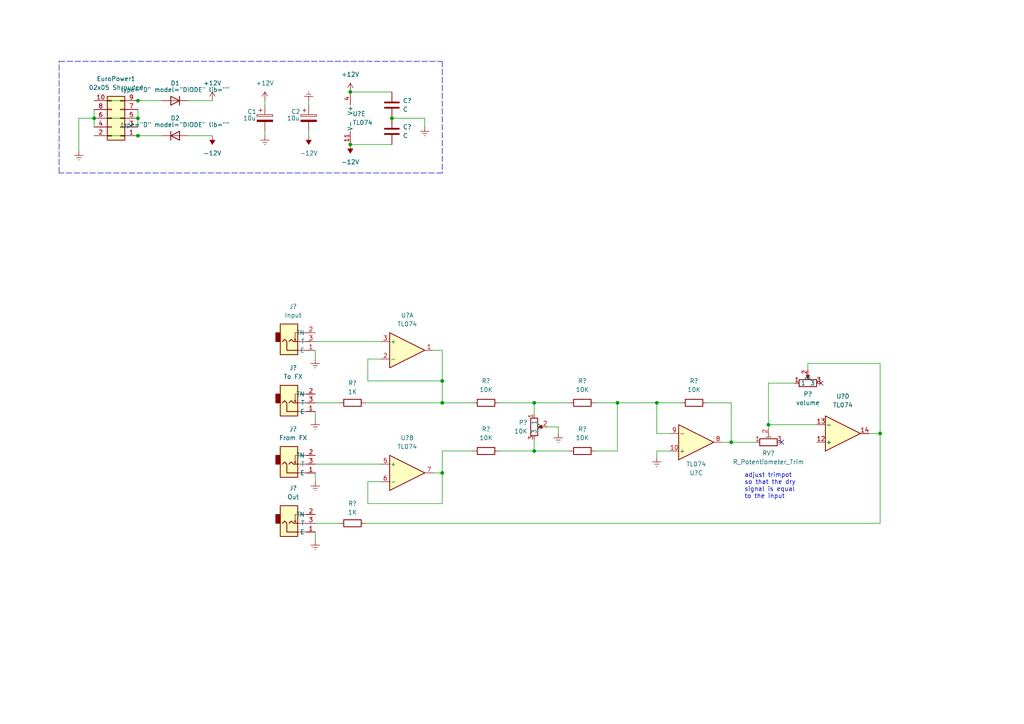
<source format=kicad_sch>
(kicad_sch (version 20211123) (generator eeschema)
  (paper "A4")
  (lib_symbols
    (symbol "Amplifier_Operational:TL074" (pin_names (offset 0.127))
      (property "Reference" "U" (at 0 5.08 0))
      (property "Value" "TL074" (at 0 -5.08 0))
      (symbol "TL074_1_1"
        (polyline (pts (xy -5.08 5.08) (xy 5.08 0) (xy -5.08 -5.08) (xy -5.08 5.08)) (stroke (width 0.254)) (fill (type background)))
        (pin output line (at 7.62 0 180) (length 2.54) (name "~") (number "1"))
        (pin input line (at -7.62 -2.54 0) (length 2.54) (name "-") (number "2"))
        (pin input line (at -7.62 2.54 0) (length 2.54) (name "+") (number "3"))
      )
      (symbol "TL074_2_1"
        (polyline (pts (xy -5.08 5.08) (xy 5.08 0) (xy -5.08 -5.08) (xy -5.08 5.08)) (stroke (width 0.254)) (fill (type background)))
        (pin input line (at -7.62 2.54 0) (length 2.54) (name "+") (number "5"))
        (pin input line (at -7.62 -2.54 0) (length 2.54) (name "-") (number "6"))
        (pin output line (at 7.62 0 180) (length 2.54) (name "~") (number "7"))
      )
      (symbol "TL074_3_1"
        (polyline (pts (xy -5.08 5.08) (xy 5.08 0) (xy -5.08 -5.08) (xy -5.08 5.08)) (stroke (width 0.254)) (fill (type background)))
        (pin input line (at -7.62 2.54 0) (length 2.54) (name "+") (number "10"))
        (pin output line (at 7.62 0 180) (length 2.54) (name "~") (number "8"))
        (pin input line (at -7.62 -2.54 0) (length 2.54) (name "-") (number "9"))
      )
      (symbol "TL074_4_1"
        (polyline (pts (xy -5.08 5.08) (xy 5.08 0) (xy -5.08 -5.08) (xy -5.08 5.08)) (stroke (width 0.254)) (fill (type background)))
        (pin input line (at -7.62 2.54 0) (length 2.54) (name "+") (number "12"))
        (pin input line (at -7.62 -2.54 0) (length 2.54) (name "-") (number "13"))
        (pin output line (at 7.62 0 180) (length 2.54) (name "~") (number "14"))
      )
      (symbol "TL074_5_1"
        (pin power_in line (at -2.54 -7.62 90) (length 3.81) (name "V-") (number "11"))
        (pin power_in line (at -2.54 7.62 270) (length 3.81) (name "V+") (number "4"))
      )
    )
    (symbol "Connector_Generic:Conn_02x05_Odd_Even" (pin_names (offset 1.016) hide)
      (property "Reference" "J" (at 1.27 7.62 0))
      (property "Value" "Conn_02x05_Odd_Even" (at 1.27 -7.62 0))
      (symbol "Conn_02x05_Odd_Even_1_1"
        (rectangle (start -1.27 -4.953) (end 0 -5.207) (stroke (width 0.1524)))
        (rectangle (start -1.27 -2.413) (end 0 -2.667) (stroke (width 0.1524)))
        (rectangle (start -1.27 0.127) (end 0 -0.127) (stroke (width 0.1524)))
        (rectangle (start -1.27 2.667) (end 0 2.413) (stroke (width 0.1524)))
        (rectangle (start -1.27 5.207) (end 0 4.953) (stroke (width 0.1524)))
        (rectangle (start -1.27 6.35) (end 3.81 -6.35) (stroke (width 0.254)) (fill (type background)))
        (rectangle (start 3.81 -4.953) (end 2.54 -5.207) (stroke (width 0.1524)))
        (rectangle (start 3.81 -2.413) (end 2.54 -2.667) (stroke (width 0.1524)))
        (rectangle (start 3.81 0.127) (end 2.54 -0.127) (stroke (width 0.1524)))
        (rectangle (start 3.81 2.667) (end 2.54 2.413) (stroke (width 0.1524)))
        (rectangle (start 3.81 5.207) (end 2.54 4.953) (stroke (width 0.1524)))
        (pin passive line (at -5.08 5.08 0) (length 3.81) (name "Pin_1") (number "1"))
        (pin passive line (at 7.62 -5.08 180) (length 3.81) (name "Pin_10") (number "10"))
        (pin passive line (at 7.62 5.08 180) (length 3.81) (name "Pin_2") (number "2"))
        (pin passive line (at -5.08 2.54 0) (length 3.81) (name "Pin_3") (number "3"))
        (pin passive line (at 7.62 2.54 180) (length 3.81) (name "Pin_4") (number "4"))
        (pin passive line (at -5.08 0 0) (length 3.81) (name "Pin_5") (number "5"))
        (pin passive line (at 7.62 0 180) (length 3.81) (name "Pin_6") (number "6"))
        (pin passive line (at -5.08 -2.54 0) (length 3.81) (name "Pin_7") (number "7"))
        (pin passive line (at 7.62 -2.54 180) (length 3.81) (name "Pin_8") (number "8"))
        (pin passive line (at -5.08 -5.08 0) (length 3.81) (name "Pin_9") (number "9"))
      )
    )
    (symbol "Device:C" (pin_numbers hide) (pin_names (offset 0.254))
      (property "Reference" "C" (at 0.635 2.54 0))
      (property "Value" "C" (at 0.635 -2.54 0))
      (symbol "C_0_1"
        (polyline (pts (xy -2.032 -0.762) (xy 2.032 -0.762)) (stroke (width 0.508)))
        (polyline (pts (xy -2.032 0.762) (xy 2.032 0.762)) (stroke (width 0.508)))
      )
      (symbol "C_1_1"
        (pin passive line (at 0 3.81 270) (length 2.794) (name "~") (number "1"))
        (pin passive line (at 0 -3.81 90) (length 2.794) (name "~") (number "2"))
      )
    )
    (symbol "Device:C_Polarized" (pin_numbers hide) (pin_names (offset 0.254))
      (property "Reference" "C" (at 0.635 2.54 0))
      (property "Value" "C_Polarized" (at 0.635 -2.54 0))
      (symbol "C_Polarized_0_1"
        (rectangle (start -2.286 0.508) (end 2.286 1.016))
        (polyline (pts (xy -1.778 2.286) (xy -0.762 2.286)))
        (polyline (pts (xy -1.27 2.794) (xy -1.27 1.778)))
        (rectangle (start 2.286 -0.508) (end -2.286 -1.016) (fill (type outline)))
      )
      (symbol "C_Polarized_1_1"
        (pin passive line (at 0 3.81 270) (length 2.794) (name "~") (number "1"))
        (pin passive line (at 0 -3.81 90) (length 2.794) (name "~") (number "2"))
      )
    )
    (symbol "Device:R" (pin_numbers hide) (pin_names (offset 0))
      (property "Reference" "R" (at 2.032 0 90))
      (property "Value" "R" (at 0 0 90))
      (symbol "R_0_1"
        (rectangle (start -1.016 -2.54) (end 1.016 2.54) (stroke (width 0.254)))
      )
      (symbol "R_1_1"
        (pin passive line (at 0 3.81 270) (length 1.27) (name "~") (number "1"))
        (pin passive line (at 0 -3.81 90) (length 1.27) (name "~") (number "2"))
      )
    )
    (symbol "Device:R_Potentiometer_Trim" (pin_names (offset 1.016) hide)
      (property "Reference" "RV" (at -4.445 0 90))
      (property "Value" "R_Potentiometer_Trim" (at -2.54 0 90))
      (symbol "R_Potentiometer_Trim_0_1"
        (polyline (pts (xy 1.524 0.762) (xy 1.524 -0.762)))
        (polyline (pts (xy 2.54 0) (xy 1.524 0)))
        (rectangle (start 1.016 2.54) (end -1.016 -2.54) (stroke (width 0.254)))
      )
      (symbol "R_Potentiometer_Trim_1_1"
        (pin passive line (at 0 3.81 270) (length 1.27) (name "1") (number "1"))
        (pin passive line (at 3.81 0 180) (length 1.27) (name "2") (number "2"))
        (pin passive line (at 0 -3.81 90) (length 1.27) (name "3") (number "3"))
      )
    )
    (symbol "Eurorack:Potentiometer_9mm_Vertical_Linear"
      (property "Reference" "P" (at 0 2.54 0))
      (property "Value" "Potentiometer_9mm_Vertical_Linear" (at 0 11.43 0))
      (symbol "Potentiometer_9mm_Vertical_Linear_0_1"
        (polyline (pts (xy 2.54 0) (xy 1.524 0)))
        (polyline (pts (xy 1.143 0) (xy 2.286 0.508) (xy 2.286 -0.508) (xy 1.143 0)) (fill (type outline)))
        (rectangle (start 1.016 2.54) (end -1.016 -2.54) (stroke (width 0.254)))
      )
      (symbol "Potentiometer_9mm_Vertical_Linear_1_1"
        (pin passive line (at 0 3.81 270) (length 1.27) (name "1") (number "1"))
        (pin passive line (at 3.81 0 180) (length 1.27) (name "2") (number "2"))
        (pin passive line (at 0 -3.81 90) (length 1.27) (name "3") (number "3"))
      )
    )
    (symbol "Eurorack:Thonkiconn_Mono_Jack"
      (property "Reference" "J" (at 0 1.27 0))
      (property "Value" "Thonkiconn_Mono_Jack" (at 10.16 3.81 0))
      (symbol "Thonkiconn_Mono_Jack_0_1"
        (rectangle (start -1.27 -2.54) (end 0 -5.08) (stroke (width 0.254)) (fill (type outline)))
        (polyline (pts (xy 4.318 -4.826) (xy 4.572 -4.318)))
        (polyline (pts (xy 8.89 -7.62) (xy 5.08 -7.62)))
        (polyline (pts (xy 8.89 -5.08) (xy 5.08 -5.08)))
        (polyline (pts (xy 2.54 -5.08) (xy 3.175 -4.445) (xy 3.81 -5.08) (xy 5.08 -5.08)) (stroke (width 0.254)))
        (polyline (pts (xy 8.89 -2.54) (xy 4.318 -2.54) (xy 4.318 -4.826) (xy 4.064 -4.318)))
        (polyline (pts (xy 5.08 -7.62) (xy 1.905 -7.62) (xy 1.905 -5.08) (xy 1.27 -4.445) (xy 0.635 -5.08)) (stroke (width 0.254)))
        (rectangle (start 0 0) (end 5.08 -8.89) (stroke (width 0.254)) (fill (type background)))
      )
      (symbol "Thonkiconn_Mono_Jack_1_1"
        (pin passive line (at 10.16 -7.62 180) (length 2.54) (name "E") (number "1"))
        (pin passive line (at 10.16 -2.54 180) (length 2.54) (name "TN") (number "2"))
        (pin passive line (at 10.16 -5.08 180) (length 2.54) (name "T") (number "3"))
      )
    )
    (symbol "Simulation_SPICE:DIODE" (pin_numbers hide) (pin_names (offset 1.016) hide)
      (property "Reference" "D" (at 0 2.54 0))
      (property "Value" "DIODE" (at 0 -2.54 0))
      (symbol "DIODE_0_1"
        (polyline (pts (xy 1.27 0) (xy -1.27 0)))
        (polyline (pts (xy 1.27 1.27) (xy 1.27 -1.27)) (stroke (width 0.254)))
        (polyline (pts (xy -1.27 -1.27) (xy -1.27 1.27) (xy 1.27 0) (xy -1.27 -1.27)) (stroke (width 0.254)))
      )
      (symbol "DIODE_1_1"
        (pin passive line (at -3.81 0 0) (length 2.54) (name "A") (number "1"))
        (pin passive line (at 3.81 0 180) (length 2.54) (name "K") (number "2"))
      )
    )
    (symbol "power:+12V" (power) (pin_names (offset 0))
      (property "Value" "+12V" (at 0 3.556 0))
      (symbol "+12V_0_1"
        (polyline (pts (xy -0.762 1.27) (xy 0 2.54)))
        (polyline (pts (xy 0 0) (xy 0 2.54)))
        (polyline (pts (xy 0 2.54) (xy 0.762 1.27)))
      )
      (symbol "+12V_1_1"
        (pin power_in line (at 0 0 90) (length 0) hide (name "+12V") (number "1"))
      )
    )
    (symbol "power:-12V" (power) (pin_names (offset 0))
      (property "Value" "-12V" (at 0 3.81 0))
      (symbol "-12V_0_0"
        (pin power_in line (at 0 0 90) (length 0) hide (name "-12V") (number "1"))
      )
      (symbol "-12V_0_1"
        (polyline (pts (xy 0 0) (xy 0 1.27) (xy 0.762 1.27) (xy 0 2.54) (xy -0.762 1.27) (xy 0 1.27)) (fill (type outline)))
      )
    )
    (symbol "power:Earth" (power) (pin_names (offset 0))
      (symbol "Earth_0_1"
        (polyline (pts (xy -0.635 -1.905) (xy 0.635 -1.905)))
        (polyline (pts (xy -0.127 -2.54) (xy 0.127 -2.54)))
        (polyline (pts (xy 0 -1.27) (xy 0 0)))
        (polyline (pts (xy 1.27 -1.27) (xy -1.27 -1.27)))
      )
      (symbol "Earth_1_1"
        (pin power_in line (at 0 0 270) (length 0) hide (name "Earth") (number "1"))
      )
    )
  )
  (junction (at 128.27 116.84))
  (junction (at 154.94 130.81))
  (junction (at 40.005 39.37))
  (junction (at 128.27 137.16))
  (junction (at 128.27 110.49))
  (junction (at 154.94 116.84))
  (junction (at 40.005 29.21))
  (junction (at 27.305 34.29))
  (junction (at 222.885 123.19))
  (junction (at 179.07 116.84))
  (junction (at 190.5 116.84))
  (junction (at 212.09 128.27))
  (junction (at 113.665 34.29))
  (junction (at 40.005 34.29))
  (junction (at 101.6 41.91))
  (junction (at 101.6 26.67))
  (junction (at 255.27 125.73))
  (no_connect (at 226.695 128.27))
  (no_connect (at 238.125 111.125))
  (wire (pts (xy 101.6 41.91) (xy 113.665 41.91)))
  (wire (pts (xy 91.44 119.38) (xy 91.44 121.92)))
  (wire (pts (xy 190.5 132.715) (xy 190.5 130.81)))
  (wire (pts (xy 27.305 34.29) (xy 27.305 36.83)))
  (wire (pts (xy 154.94 127.635) (xy 154.94 130.81)))
  (wire (pts (xy 106.68 139.7) (xy 106.68 146.05)))
  (wire (pts (xy 76.835 29.21) (xy 76.835 30.48)))
  (wire (pts (xy 222.885 123.19) (xy 222.885 111.125)))
  (wire (pts (xy 106.045 116.84) (xy 128.27 116.84)))
  (wire (pts (xy 27.305 34.29) (xy 40.005 34.29)))
  (wire (pts (xy 89.535 39.37) (xy 89.535 38.1)))
  (wire (pts (xy 40.005 34.29) (xy 40.005 36.83)))
  (wire (pts (xy 128.27 116.84) (xy 137.16 116.84)))
  (wire (pts (xy 190.5 116.84) (xy 190.5 125.73)))
  (wire (pts (xy 128.27 101.6) (xy 125.73 101.6)))
  (wire (pts (xy 161.925 125.73) (xy 161.925 123.825)))
  (wire (pts (xy 128.27 110.49) (xy 128.27 101.6)))
  (wire (pts (xy 40.005 39.37) (xy 46.99 39.37)))
  (wire (pts (xy 212.09 128.27) (xy 219.075 128.27)))
  (wire (pts (xy 212.09 116.84) (xy 212.09 128.27)))
  (wire (pts (xy 123.19 36.83) (xy 123.19 34.29)))
  (wire (pts (xy 212.09 128.27) (xy 209.55 128.27)))
  (wire (pts (xy 194.31 125.73) (xy 190.5 125.73)))
  (wire (pts (xy 27.305 29.21) (xy 40.005 29.21)))
  (wire (pts (xy 91.44 154.305) (xy 91.44 156.845)))
  (wire (pts (xy 154.94 116.84) (xy 165.1 116.84)))
  (wire (pts (xy 106.045 151.765) (xy 255.27 151.765)))
  (wire (pts (xy 22.86 34.29) (xy 27.305 34.29)))
  (polyline (pts (xy 128.27 17.78) (xy 128.27 50.165)))
  (wire (pts (xy 222.885 111.125) (xy 230.505 111.125)))
  (wire (pts (xy 144.78 116.84) (xy 154.94 116.84)))
  (wire (pts (xy 222.885 124.46) (xy 222.885 123.19)))
  (wire (pts (xy 172.72 116.84) (xy 179.07 116.84)))
  (wire (pts (xy 106.68 104.14) (xy 106.68 110.49)))
  (wire (pts (xy 190.5 130.81) (xy 194.31 130.81)))
  (wire (pts (xy 128.27 130.81) (xy 137.16 130.81)))
  (wire (pts (xy 91.44 101.6) (xy 91.44 104.14)))
  (wire (pts (xy 91.44 151.765) (xy 98.425 151.765)))
  (wire (pts (xy 161.925 123.825) (xy 158.75 123.825)))
  (wire (pts (xy 234.315 107.315) (xy 234.315 105.41)))
  (wire (pts (xy 197.485 116.84) (xy 190.5 116.84)))
  (wire (pts (xy 128.27 137.16) (xy 128.27 130.81)))
  (wire (pts (xy 128.27 110.49) (xy 128.27 116.84)))
  (wire (pts (xy 54.61 39.37) (xy 61.595 39.37)))
  (wire (pts (xy 106.68 146.05) (xy 128.27 146.05)))
  (wire (pts (xy 91.44 137.16) (xy 91.44 139.7)))
  (wire (pts (xy 172.72 130.81) (xy 179.07 130.81)))
  (wire (pts (xy 76.835 38.1) (xy 76.835 39.37)))
  (polyline (pts (xy 128.27 50.165) (xy 17.145 50.165)))
  (wire (pts (xy 91.44 99.06) (xy 110.49 99.06)))
  (wire (pts (xy 123.19 34.29) (xy 113.665 34.29)))
  (wire (pts (xy 128.27 146.05) (xy 128.27 137.16)))
  (wire (pts (xy 27.305 39.37) (xy 40.005 39.37)))
  (wire (pts (xy 255.27 151.765) (xy 255.27 125.73)))
  (polyline (pts (xy 17.145 17.78) (xy 128.27 17.78)))
  (wire (pts (xy 110.49 139.7) (xy 106.68 139.7)))
  (wire (pts (xy 40.005 31.75) (xy 40.005 34.29)))
  (wire (pts (xy 154.94 116.84) (xy 154.94 120.015)))
  (wire (pts (xy 54.61 29.21) (xy 61.595 29.21)))
  (wire (pts (xy 91.44 116.84) (xy 98.425 116.84)))
  (wire (pts (xy 110.49 104.14) (xy 106.68 104.14)))
  (wire (pts (xy 222.885 123.19) (xy 236.855 123.19)))
  (wire (pts (xy 22.86 34.29) (xy 22.86 43.815)))
  (wire (pts (xy 27.305 31.75) (xy 27.305 34.29)))
  (wire (pts (xy 106.68 110.49) (xy 128.27 110.49)))
  (wire (pts (xy 205.105 116.84) (xy 212.09 116.84)))
  (wire (pts (xy 154.94 130.81) (xy 144.78 130.81)))
  (wire (pts (xy 91.44 134.62) (xy 110.49 134.62)))
  (wire (pts (xy 128.27 137.16) (xy 125.73 137.16)))
  (polyline (pts (xy 17.145 50.165) (xy 17.145 17.78)))
  (wire (pts (xy 179.07 116.84) (xy 179.07 130.81)))
  (wire (pts (xy 89.535 30.48) (xy 89.535 29.21)))
  (wire (pts (xy 190.5 116.84) (xy 179.07 116.84)))
  (wire (pts (xy 165.1 130.81) (xy 154.94 130.81)))
  (wire (pts (xy 255.27 125.73) (xy 252.095 125.73)))
  (wire (pts (xy 234.315 105.41) (xy 255.27 105.41)))
  (wire (pts (xy 255.27 105.41) (xy 255.27 125.73)))
  (wire (pts (xy 40.005 29.21) (xy 46.99 29.21)))
  (wire (pts (xy 101.6 26.67) (xy 113.665 26.67)))
  (text "adjust trimpot\nso that the dry\nsignal is equal\nto the input" (at 215.9 144.78 0) (effects (font (size 1.27 1.27)) (justify left bottom)))
  (symbol (lib_id "Device:C") (at 113.665 30.48 0) (unit 1)
    (property "Reference" "C?" (at 116.84 29.2099 0) (effects (justify left)))
    (property "Value" "C" (at 116.84 31.7499 0) (effects (justify left)))
  )
  (symbol (lib_id "power:Earth") (at 91.44 104.14 0) (unit 1)
    (property "Reference" "#PWR?" (effects hide))
    (property "Value" "Earth" (effects hide))
  )
  (symbol (lib_id "Device:R") (at 140.97 130.81 90) (unit 1)
    (property "Reference" "R?" (at 140.97 124.46 90))
    (property "Value" "10K" (at 140.97 127 90))
  )
  (symbol (lib_id "Device:R") (at 102.235 116.84 270) (unit 1)
    (property "Reference" "R?" (at 102.235 111.125 90))
    (property "Value" "1K" (at 102.235 113.665 90))
  )
  (symbol (lib_id "Connector_Generic:Conn_02x05_Odd_Even") (at 34.925 34.29 180) (unit 1)
    (property "Reference" "EuroPower1" (at 33.655 22.86 0))
    (property "Value" "02x05 Shrouded" (at 33.655 25.4 0))
    (property "Footprint" "Eurorack:Eurorack Power Header" (effects hide))
  )
  (symbol (lib_id "Device:R") (at 140.97 116.84 90) (unit 1)
    (property "Reference" "R?" (at 140.97 110.49 90))
    (property "Value" "10K" (at 140.97 113.03 90))
  )
  (symbol (lib_id "power:Earth") (at 91.44 121.92 0) (unit 1)
    (property "Reference" "#PWR?" (effects hide))
    (property "Value" "Earth" (effects hide))
  )
  (symbol (lib_id "power:Earth") (at 91.44 139.7 0) (unit 1)
    (property "Reference" "#PWR?" (effects hide))
    (property "Value" "Earth" (effects hide))
  )
  (symbol (lib_id "power:Earth") (at 89.535 29.21 180) (unit 1)
    (property "Reference" "#PWR0102" (effects hide))
    (property "Value" "Earth" (effects hide))
  )
  (symbol (lib_id "Simulation_SPICE:DIODE") (at 50.8 39.37 180) (unit 1)
    (property "Reference" "D2" (at 50.8 34.29 0))
    (property "Value" "DIODE" (at 50.8 36.195 0))
    (property "Footprint" "Diode_THT:D_DO-41_SOD81_P7.62mm_Horizontal" (effects hide))
    (property "Spice_Netlist_Enabled" "Y" (effects hide))
    (property "Spice_Primitive" "D" (effects hide))
  )
  (symbol (lib_id "Device:C_Polarized") (at 89.535 34.29 0) (unit 1)
    (property "Reference" "C2" (at 84.455 32.385 0) (effects (justify left)))
    (property "Value" "10u" (at 83.185 34.29 0) (effects (justify left)))
    (property "Footprint" "Capacitor_THT:CP_Radial_D5.0mm_P2.50mm" (effects hide))
  )
  (symbol (lib_id "power:+12V") (at 61.595 29.21 0) (unit 1)
    (property "Reference" "#PWR0104" (effects hide))
    (property "Value" "+12V" (at 61.595 24.13 0))
  )
  (symbol (lib_id "power:Earth") (at 161.925 125.73 0) (unit 1)
    (property "Reference" "#PWR?" (effects hide))
    (property "Value" "Earth" (effects hide))
  )
  (symbol (lib_id "Device:R") (at 201.295 116.84 270) (mirror x) (unit 1)
    (property "Reference" "R?" (at 201.295 110.49 90))
    (property "Value" "10K" (at 201.295 113.03 90))
  )
  (symbol (lib_id "Device:C_Polarized") (at 76.835 34.29 0) (unit 1)
    (property "Reference" "C1" (at 71.755 32.385 0) (effects (justify left)))
    (property "Value" "10u" (at 70.485 34.29 0) (effects (justify left)))
    (property "Footprint" "Capacitor_THT:CP_Radial_D5.0mm_P2.50mm" (effects hide))
  )
  (symbol (lib_id "Device:R") (at 168.91 130.81 270) (mirror x) (unit 1)
    (property "Reference" "R?" (at 168.91 124.46 90))
    (property "Value" "10K" (at 168.91 127 90))
  )
  (symbol (lib_id "Eurorack:Thonkiconn_Mono_Jack") (at 81.28 146.685 0) (unit 1)
    (property "Reference" "J?" (at 85.0265 141.605 0))
    (property "Value" "Out" (at 85.0265 144.145 0))
  )
  (symbol (lib_id "power:Earth") (at 190.5 132.715 0) (mirror y) (unit 1)
    (property "Reference" "#PWR?" (effects hide))
    (property "Value" "Earth" (effects hide))
  )
  (symbol (lib_id "power:-12V") (at 101.6 41.91 180) (unit 1)
    (property "Reference" "#PWR?" (effects hide))
    (property "Value" "-12V" (at 101.6 46.99 0))
  )
  (symbol (lib_id "Eurorack:Thonkiconn_Mono_Jack") (at 81.28 111.76 0) (unit 1)
    (property "Reference" "J?" (at 85.0265 106.68 0))
    (property "Value" "To FX" (at 85.0265 109.22 0))
  )
  (symbol (lib_id "power:-12V") (at 61.595 39.37 180) (unit 1)
    (property "Reference" "#PWR0105" (effects hide))
    (property "Value" "-12V" (at 61.595 44.45 0))
  )
  (symbol (lib_id "Eurorack:Thonkiconn_Mono_Jack") (at 81.28 93.98 0) (unit 1)
    (property "Reference" "J?" (at 85.0265 88.9 0))
    (property "Value" "Input" (at 85.0265 91.44 0))
  )
  (symbol (lib_id "Amplifier_Operational:TL074") (at 118.11 137.16 0) (unit 2)
    (property "Reference" "U?" (at 118.11 127 0))
    (property "Value" "TL074" (at 118.11 129.54 0))
    (property "Datasheet" "http://www.ti.com/lit/ds/symlink/tl071.pdf" (effects hide))
  )
  (symbol (lib_id "power:Earth") (at 22.86 43.815 0) (unit 1)
    (property "Reference" "#PWR0106" (effects hide))
    (property "Value" "Earth" (effects hide))
  )
  (symbol (lib_id "Eurorack:Potentiometer_9mm_Vertical_Linear") (at 234.315 111.125 90) (unit 1)
    (property "Reference" "P?" (at 234.315 114.3 90))
    (property "Value" "volume" (at 234.315 116.84 90))
  )
  (symbol (lib_id "Eurorack:Thonkiconn_Mono_Jack") (at 81.28 129.54 0) (unit 1)
    (property "Reference" "J?" (at 85.0265 124.46 0))
    (property "Value" "From FX" (at 85.0265 127 0))
  )
  (symbol (lib_id "Amplifier_Operational:TL074") (at 201.93 128.27 0) (mirror x) (unit 3)
    (property "Reference" "U?" (at 201.93 137.16 0))
    (property "Value" "TL074" (at 201.93 134.62 0))
    (property "Datasheet" "http://www.ti.com/lit/ds/symlink/tl071.pdf" (effects hide))
  )
  (symbol (lib_id "power:+12V") (at 76.835 29.21 0) (unit 1)
    (property "Reference" "#PWR0101" (effects hide))
    (property "Value" "+12V" (at 76.835 24.13 0))
  )
  (symbol (lib_id "Simulation_SPICE:DIODE") (at 50.8 29.21 0) (unit 1)
    (property "Reference" "D1" (at 50.8 24.13 0))
    (property "Value" "DIODE" (at 50.8 26.035 0))
    (property "Footprint" "Diode_THT:D_DO-41_SOD81_P7.62mm_Horizontal" (effects hide))
    (property "Spice_Netlist_Enabled" "Y" (effects hide))
    (property "Spice_Primitive" "D" (effects hide))
  )
  (symbol (lib_id "power:Earth") (at 91.44 156.845 0) (unit 1)
    (property "Reference" "#PWR?" (effects hide))
    (property "Value" "Earth" (effects hide))
  )
  (symbol (lib_id "power:+12V") (at 101.6 26.67 0) (unit 1)
    (property "Reference" "#PWR?" (effects hide))
    (property "Value" "+12V" (at 101.6 21.59 0))
  )
  (symbol (lib_id "Amplifier_Operational:TL074") (at 244.475 125.73 0) (mirror x) (unit 4)
    (property "Reference" "U?" (at 244.475 114.935 0))
    (property "Value" "TL074" (at 244.475 117.475 0))
    (property "Datasheet" "http://www.ti.com/lit/ds/symlink/tl071.pdf" (effects hide))
  )
  (symbol (lib_id "power:Earth") (at 76.835 39.37 0) (unit 1)
    (property "Reference" "#PWR0103" (effects hide))
    (property "Value" "Earth" (effects hide))
  )
  (symbol (lib_id "power:-12V") (at 89.535 39.37 180) (unit 1)
    (property "Reference" "#PWR0107" (effects hide))
    (property "Value" "-12V" (at 89.535 44.45 0))
  )
  (symbol (lib_id "Device:R_Potentiometer_Trim") (at 222.885 128.27 90) (unit 1)
    (property "Reference" "RV?" (at 222.885 131.445 90))
    (property "Value" "R_Potentiometer_Trim" (at 222.885 133.985 90))
  )
  (symbol (lib_id "Device:C") (at 113.665 38.1 0) (unit 1)
    (property "Reference" "C?" (at 116.84 36.8299 0) (effects (justify left)))
    (property "Value" "C" (at 116.84 39.3699 0) (effects (justify left)))
  )
  (symbol (lib_id "Amplifier_Operational:TL074") (at 118.11 101.6 0) (unit 1)
    (property "Reference" "U?" (at 118.11 91.44 0))
    (property "Value" "TL074" (at 118.11 93.98 0))
    (property "Datasheet" "http://www.ti.com/lit/ds/symlink/tl071.pdf" (effects hide))
  )
  (symbol (lib_id "Device:R") (at 168.91 116.84 270) (mirror x) (unit 1)
    (property "Reference" "R?" (at 168.91 110.49 90))
    (property "Value" "10K" (at 168.91 113.03 90))
  )
  (symbol (lib_id "Eurorack:Potentiometer_9mm_Vertical_Linear") (at 154.94 123.825 0) (unit 1)
    (property "Reference" "P?" (at 153.035 122.5549 0) (effects (justify right)))
    (property "Value" "10K" (at 153.035 125.0949 0) (effects (justify right)))
  )
  (symbol (lib_id "power:Earth") (at 123.19 36.83 0) (unit 1)
    (property "Reference" "#PWR?" (effects hide))
    (property "Value" "Earth" (effects hide))
  )
  (symbol (lib_id "Device:R") (at 102.235 151.765 270) (unit 1)
    (property "Reference" "R?" (at 102.235 146.05 90))
    (property "Value" "1K" (at 102.235 148.59 90))
  )
  (symbol (lib_id "Amplifier_Operational:TL074") (at 104.14 34.29 0) (unit 5)
    (property "Reference" "U?" (at 102.235 33.0199 0) (effects (justify left)))
    (property "Value" "TL074" (at 102.235 35.5599 0) (effects (justify left)))
    (property "Datasheet" "http://www.ti.com/lit/ds/symlink/tl071.pdf" (effects hide))
  )
)
</source>
